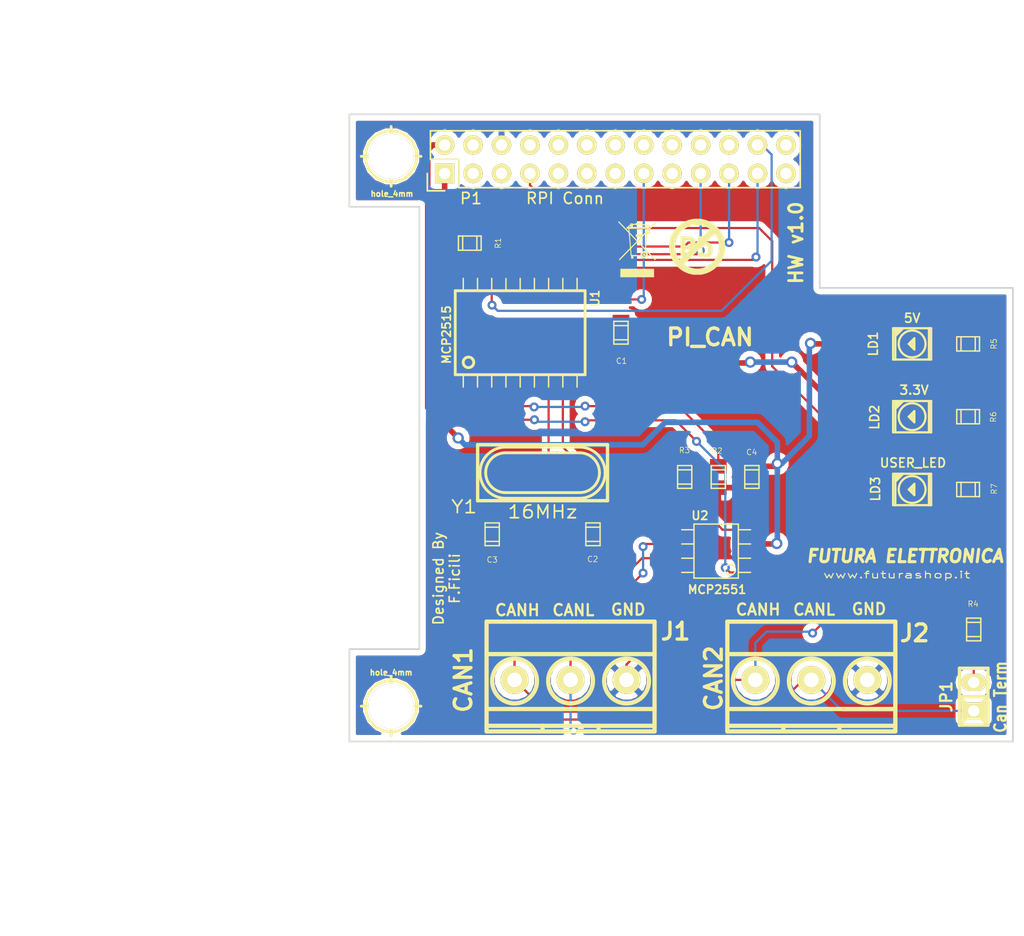
<source format=kicad_pcb>
(kicad_pcb (version 4) (host pcbnew 4.0.7)
  (title_block (date "15 nov 2012"))
  (layers (0 F.Cu signal) (31 B.Cu signal) (34 B.Paste user) (35 F.Paste user) (36 B.SilkS user) (37 F.SilkS user) (38 B.Mask user) (39 F.Mask user) (44 Edge.Cuts user))
  (net 0 "")
  (net 1 +5V)
  (net 2 GND)
  (net 3 +3V3)
  (net 4 "/GPIO0(SDA)")
  (net 5 "Net-(P1-Pad4)")
  (net 6 "/GPIO1(SCL)")
  (net 7 /GPIO4)
  (net 8 "Net-(P1-Pad9)")
  (net 9 /RXD)
  (net 10 /GPIO17)
  (net 11 /GPIO18)
  (net 12 /GPIO21)
  (net 13 "Net-(P1-Pad14)")
  (net 14 /GPIO22)
  (net 15 /GPIO23)
  (net 16 "Net-(P1-Pad17)")
  (net 17 /GPIO24)
  (net 18 "Net-(P1-Pad20)")
  (net 19 /GPIO25)
  (net 20 "Net-(P1-Pad25)")
  (net 21 "/GPIO7(CE1)")
  (net 22 /TXCAN)
  (net 23 /MOSI)
  (net 24 /MISO)
  (net 25 /SCLK)
  (net 26 /CE0)
  (net 27 /OSC1)
  (net 28 /OSC2)
  (net 29 /CANH)
  (net 30 /CANL)
  (net 31 "Net-(JP1-Pad2)")
  (net 32 "Net-(LD1-Pad1)")
  (net 33 "Net-(LD2-Pad1)")
  (net 34 "Net-(LD3-Pad1)")
  (net 35 "Net-(R1-Pad2)")
  (net 36 /RXCAN)
  (net 37 "Net-(U1-Pad3)")
  (net 38 "Net-(U1-Pad4)")
  (net 39 "Net-(U1-Pad5)")
  (net 40 "Net-(U1-Pad6)")
  (net 41 "Net-(U1-Pad10)")
  (net 42 "Net-(U1-Pad11)")
  (net 43 "Net-(U2-Pad5)")
  (net 44 /TXD)
  (net 45 /RXD_CT)
  (module Pin_Headers:Pin_Header_Straight_2x13 (layer F.Cu) (at 145.75536 130.27914 90)
    (fp_text reference P1 (at -2.23266 2.35204 180) (layer F.SilkS))
    (fp_text value "RPI Conn" (at -2.22086 10.74464 180) (layer F.SilkS))
    (pad 1 thru_hole rect (at 0 0 90) (size 1.7272 1.7272) (drill 1.016) (layers *.Cu *.Mask F.SilkS) (net 3 +3V3))
    (pad 2 thru_hole oval (at 2.54 0 90) (size 1.7272 1.7272) (drill 1.016) (layers *.Cu *.Mask F.SilkS) (net 1 +5V))
    (pad 3 thru_hole oval (at 0 2.54 90) (size 1.7272 1.7272) (drill 1.016) (layers *.Cu *.Mask F.SilkS) (net 4 "/GPIO0(SDA)"))
    (pad 4 thru_hole oval (at 2.54 2.54 90) (size 1.7272 1.7272) (drill 1.016) (layers *.Cu *.Mask F.SilkS) (net 5 "Net-(P1-Pad4)"))
    (pad 5 thru_hole oval (at 0 5.08 90) (size 1.7272 1.7272) (drill 1.016) (layers *.Cu *.Mask F.SilkS) (net 6 "/GPIO1(SCL)"))
    (pad 6 thru_hole oval (at 2.54 5.08 90) (size 1.7272 1.7272) (drill 1.016) (layers *.Cu *.Mask F.SilkS) (net 2 GND))
    (pad 7 thru_hole oval (at 0 7.62 90) (size 1.7272 1.7272) (drill 1.016) (layers *.Cu *.Mask F.SilkS) (net 7 /GPIO4))
    (pad 8 thru_hole oval (at 2.54 7.62 90) (size 1.7272 1.7272) (drill 1.016) (layers *.Cu *.Mask F.SilkS) (net 44 /TXD))
    (pad 9 thru_hole oval (at 0 10.16 90) (size 1.7272 1.7272) (drill 1.016) (layers *.Cu *.Mask F.SilkS) (net 8 "Net-(P1-Pad9)"))
    (pad 10 thru_hole oval (at 2.54 10.16 90) (size 1.7272 1.7272) (drill 1.016) (layers *.Cu *.Mask F.SilkS) (net 9 /RXD))
    (pad 11 thru_hole oval (at 0 12.7 90) (size 1.7272 1.7272) (drill 1.016) (layers *.Cu *.Mask F.SilkS) (net 10 /GPIO17))
    (pad 12 thru_hole oval (at 2.54 12.7 90) (size 1.7272 1.7272) (drill 1.016) (layers *.Cu *.Mask F.SilkS) (net 11 /GPIO18))
    (pad 13 thru_hole oval (at 0 15.24 90) (size 1.7272 1.7272) (drill 1.016) (layers *.Cu *.Mask F.SilkS) (net 12 /GPIO21))
    (pad 14 thru_hole oval (at 2.54 15.24 90) (size 1.7272 1.7272) (drill 1.016) (layers *.Cu *.Mask F.SilkS) (net 13 "Net-(P1-Pad14)"))
    (pad 15 thru_hole oval (at 0 17.78 90) (size 1.7272 1.7272) (drill 1.016) (layers *.Cu *.Mask F.SilkS) (net 14 /GPIO22))
    (pad 16 thru_hole oval (at 2.54 17.78 90) (size 1.7272 1.7272) (drill 1.016) (layers *.Cu *.Mask F.SilkS) (net 15 /GPIO23))
    (pad 17 thru_hole oval (at 0 20.32 90) (size 1.7272 1.7272) (drill 1.016) (layers *.Cu *.Mask F.SilkS) (net 16 "Net-(P1-Pad17)"))
    (pad 18 thru_hole oval (at 2.54 20.32 90) (size 1.7272 1.7272) (drill 1.016) (layers *.Cu *.Mask F.SilkS) (net 17 /GPIO24))
    (pad 19 thru_hole oval (at 0 22.86 90) (size 1.7272 1.7272) (drill 1.016) (layers *.Cu *.Mask F.SilkS) (net 23 /MOSI))
    (pad 20 thru_hole oval (at 2.54 22.86 90) (size 1.7272 1.7272) (drill 1.016) (layers *.Cu *.Mask F.SilkS) (net 18 "Net-(P1-Pad20)"))
    (pad 21 thru_hole oval (at 0 25.4 90) (size 1.7272 1.7272) (drill 1.016) (layers *.Cu *.Mask F.SilkS) (net 24 /MISO))
    (pad 22 thru_hole oval (at 2.54 25.4 90) (size 1.7272 1.7272) (drill 1.016) (layers *.Cu *.Mask F.SilkS) (net 19 /GPIO25))
    (pad 23 thru_hole oval (at 0 27.94 90) (size 1.7272 1.7272) (drill 1.016) (layers *.Cu *.Mask F.SilkS) (net 25 /SCLK))
    (pad 24 thru_hole oval (at 2.54 27.94 90) (size 1.7272 1.7272) (drill 1.016) (layers *.Cu *.Mask F.SilkS) (net 26 /CE0))
    (pad 25 thru_hole oval (at 0 30.48 90) (size 1.7272 1.7272) (drill 1.016) (layers *.Cu *.Mask F.SilkS) (net 20 "Net-(P1-Pad25)"))
    (pad 26 thru_hole oval (at 2.54 30.48 90) (size 1.7272 1.7272) (drill 1.016) (layers *.Cu *.Mask F.SilkS) (net 21 "/GPIO7(CE1)"))
  )
  (module w_smd_cap:c_0805 (layer F.Cu) (at 161.5 144.5 270)
    (fp_text reference C1 (at 2.525 -0.05 360) (layer F.SilkS) (effects (font (size 0.5 0.5) (thickness 0.06096))))
    (fp_text value 100n hide)
    (pad 1 smd rect (at 0.9525 0 270) (size 1.30048 1.4986) (layers F.Cu F.Paste F.Mask) (net 2 GND))
    (pad 2 smd rect (at -0.9525 0 270) (size 1.30048 1.4986) (layers F.Cu F.Paste F.Mask) (net 3 +3V3))
  )
  (module w_smd_cap:c_0805 (layer F.Cu) (at 159 162.5 90)
    (fp_text reference C2 (at -2.225 -0.025 180) (layer F.SilkS) (effects (font (size 0.5 0.5) (thickness 0.06096))))
    (fp_text value 22pF hide)
    (pad 1 smd rect (at 0.9525 0 90) (size 1.30048 1.4986) (layers F.Cu F.Paste F.Mask) (net 27 /OSC1))
    (pad 2 smd rect (at -0.9525 0 90) (size 1.30048 1.4986) (layers F.Cu F.Paste F.Mask) (net 2 GND))
  )
  (module w_smd_cap:c_0805 (layer F.Cu) (at 150 162.5 90)
    (fp_text reference C3 (at -2.275 0 180) (layer F.SilkS) (effects (font (size 0.5 0.5) (thickness 0.06096))))
    (fp_text value 22pF hide)
    (pad 1 smd rect (at 0.9525 0 90) (size 1.30048 1.4986) (layers F.Cu F.Paste F.Mask) (net 28 /OSC2))
    (pad 2 smd rect (at -0.9525 0 90) (size 1.30048 1.4986) (layers F.Cu F.Paste F.Mask) (net 2 GND))
  )
  (module w_smd_cap:c_0805 (layer F.Cu) (at 173.1914 157.381 270)
    (fp_text reference C4 (at -2.206 0.0164 360) (layer F.SilkS) (effects (font (size 0.5 0.5) (thickness 0.06096))))
    (fp_text value 100n hide)
    (pad 1 smd rect (at 0.9525 0 270) (size 1.30048 1.4986) (layers F.Cu F.Paste F.Mask) (net 2 GND))
    (pad 2 smd rect (at -0.9525 0 270) (size 1.30048 1.4986) (layers F.Cu F.Paste F.Mask) (net 1 +5V))
  )
  (module w_conn_mkds:mkds_1,5-3 (layer F.Cu) (at 157 175.5)
    (fp_text reference J1 (at 9.375 -4.325) (layer F.SilkS) (effects (font (size 1.5 1.5) (thickness 0.3))))
    (fp_text value CAN1 (at -9.5784 0.014 90) (layer F.SilkS) (effects (font (size 1.5 1.5) (thickness 0.3))))
    (pad 3 thru_hole circle (at 5 0) (size 2.5 2.5) (drill 1.3) (layers *.Cu *.Mask F.SilkS) (net 2 GND))
    (pad 1 thru_hole circle (at -5 0) (size 2.5 2.5) (drill 1.3) (layers *.Cu *.Mask F.SilkS) (net 29 /CANH))
    (pad 2 thru_hole circle (at 0 0) (size 2.5 2.5) (drill 1.3) (layers *.Cu *.Mask F.SilkS) (net 30 /CANL))
  )
  (module w_conn_mkds:mkds_1,5-3 (layer F.Cu) (at 178.5 175.5)
    (fp_text reference J2 (at 9.225 -4.175) (layer F.SilkS) (effects (font (size 1.5 1.5) (thickness 0.3))))
    (fp_text value CAN2 (at -8.7264 -0.1384 90) (layer F.SilkS) (effects (font (size 1.5 1.5) (thickness 0.3))))
    (pad 3 thru_hole circle (at 5 0) (size 2.5 2.5) (drill 1.3) (layers *.Cu *.Mask F.SilkS) (net 2 GND))
    (pad 1 thru_hole circle (at -5 0) (size 2.5 2.5) (drill 1.3) (layers *.Cu *.Mask F.SilkS) (net 29 /CANH))
    (pad 2 thru_hole circle (at 0 0) (size 2.5 2.5) (drill 1.3) (layers *.Cu *.Mask F.SilkS) (net 30 /CANL))
  )
  (module w_pin_strip:pin_strip_2 (layer F.Cu) (at 193 177 90)
    (fp_text reference JP1 (at 0 -2.45 90) (layer F.SilkS) (effects (font (size 1.016 1.016) (thickness 0.2032))))
    (fp_text value "Can Term" (at -0.025 2.375 90) (layer F.SilkS) (effects (font (size 1.016 0.889) (thickness 0.2032))))
    (pad 1 thru_hole rect (at -1.27 0 90) (size 1.524 2.19964) (drill 1.00076) (layers *.Cu *.Mask F.SilkS) (net 30 /CANL))
    (pad 2 thru_hole oval (at 1.27 0 90) (size 1.524 2.19964) (drill 1.00076) (layers *.Cu *.Mask F.SilkS) (net 31 "Net-(JP1-Pad2)"))
  )
  (module w_smd_leds:Led_PLCC2_3528 (layer F.Cu) (at 187.5 145.5 180)
    (fp_text reference LD1 (at 3.475 0 270) (layer F.SilkS) (effects (font (size 0.8001 0.8001) (thickness 0.14986))))
    (fp_text value 5V (at 0 2.3 180) (layer F.SilkS) (effects (font (size 0.8001 0.8001) (thickness 0.14986))))
    (pad 1 smd rect (at -1.4986 0 180) (size 1.79578 2.69748) (layers F.Cu F.Paste F.Mask) (net 32 "Net-(LD1-Pad1)"))
    (pad 2 smd rect (at 1.4986 0 180) (size 1.79578 2.69748) (layers F.Cu F.Paste F.Mask) (net 1 +5V))
  )
  (module w_smd_leds:Led_PLCC2_3528 (layer F.Cu) (at 187.5 152 180)
    (fp_text reference LD2 (at 3.35 -0.05 270) (layer F.SilkS) (effects (font (size 0.8001 0.8001) (thickness 0.14986))))
    (fp_text value 3.3V (at -0.175 2.375 180) (layer F.SilkS) (effects (font (size 0.8001 0.8001) (thickness 0.14986))))
    (pad 1 smd rect (at -1.4986 0 180) (size 1.79578 2.69748) (layers F.Cu F.Paste F.Mask) (net 33 "Net-(LD2-Pad1)"))
    (pad 2 smd rect (at 1.4986 0 180) (size 1.79578 2.69748) (layers F.Cu F.Paste F.Mask) (net 3 +3V3))
  )
  (module w_smd_leds:Led_PLCC2_3528 (layer F.Cu) (at 187.5 158.5 180)
    (fp_text reference LD3 (at 3.275 0.05 270) (layer F.SilkS) (effects (font (size 0.8001 0.8001) (thickness 0.14986))))
    (fp_text value USER_LED (at -0.075 2.375 180) (layer F.SilkS) (effects (font (size 0.8001 0.8001) (thickness 0.14986))))
    (pad 1 smd rect (at -1.4986 0 180) (size 1.79578 2.69748) (layers F.Cu F.Paste F.Mask) (net 34 "Net-(LD3-Pad1)"))
    (pad 2 smd rect (at 1.4986 0 180) (size 1.79578 2.69748) (layers F.Cu F.Paste F.Mask) (net 7 /GPIO4))
  )
  (module w_smd_resistors:r_0805 (layer F.Cu) (at 148 136.5 180)
    (fp_text reference R1 (at -2.525 0 270) (layer F.SilkS) (effects (font (size 0.5 0.5) (thickness 0.06096))))
    (fp_text value 4,7k hide)
    (pad 1 smd rect (at 0.9525 0 180) (size 1.30048 1.4986) (layers F.Cu F.Paste F.Mask) (net 3 +3V3))
    (pad 2 smd rect (at -0.9525 0 180) (size 1.30048 1.4986) (layers F.Cu F.Paste F.Mask) (net 35 "Net-(R1-Pad2)"))
  )
  (module w_smd_resistors:r_0805 (layer F.Cu) (at 170.1914 157.381 90)
    (fp_text reference R2 (at 2.331 -0.1164 180) (layer F.SilkS) (effects (font (size 0.5 0.5) (thickness 0.06096))))
    (fp_text value 10k hide)
    (pad 1 smd rect (at 0.9525 0 90) (size 1.30048 1.4986) (layers F.Cu F.Paste F.Mask) (net 36 /RXCAN))
    (pad 2 smd rect (at -0.9525 0 90) (size 1.30048 1.4986) (layers F.Cu F.Paste F.Mask) (net 2 GND))
  )
  (module w_smd_resistors:r_0805 (layer F.Cu) (at 167.1914 157.381 270)
    (fp_text reference R3 (at -2.381 0.0164 360) (layer F.SilkS) (effects (font (size 0.5 0.5) (thickness 0.06096))))
    (fp_text value 15k hide)
    (pad 1 smd rect (at 0.9525 0 270) (size 1.30048 1.4986) (layers F.Cu F.Paste F.Mask) (net 45 /RXD_CT))
    (pad 2 smd rect (at -0.9525 0 270) (size 1.30048 1.4986) (layers F.Cu F.Paste F.Mask) (net 36 /RXCAN))
  )
  (module w_smd_resistors:r_0805 (layer F.Cu) (at 193 171 90)
    (fp_text reference R4 (at 2.275 -0.05 180) (layer F.SilkS) (effects (font (size 0.5 0.5) (thickness 0.06096))))
    (fp_text value 120 hide)
    (pad 1 smd rect (at 0.9525 0 90) (size 1.30048 1.4986) (layers F.Cu F.Paste F.Mask) (net 29 /CANH))
    (pad 2 smd rect (at -0.9525 0 90) (size 1.30048 1.4986) (layers F.Cu F.Paste F.Mask) (net 31 "Net-(JP1-Pad2)"))
  )
  (module w_smd_resistors:r_0805 (layer F.Cu) (at 192.5 145.5 180)
    (fp_text reference R5 (at -2.3 0 270) (layer F.SilkS) (effects (font (size 0.5 0.5) (thickness 0.06096))))
    (fp_text value 330 hide)
    (pad 1 smd rect (at 0.9525 0 180) (size 1.30048 1.4986) (layers F.Cu F.Paste F.Mask) (net 32 "Net-(LD1-Pad1)"))
    (pad 2 smd rect (at -0.9525 0 180) (size 1.30048 1.4986) (layers F.Cu F.Paste F.Mask) (net 2 GND))
  )
  (module w_smd_resistors:r_0805 (layer F.Cu) (at 192.5 152 180)
    (fp_text reference R6 (at -2.25 -0.025 270) (layer F.SilkS) (effects (font (size 0.5 0.5) (thickness 0.06096))))
    (fp_text value 330 hide)
    (pad 1 smd rect (at 0.9525 0 180) (size 1.30048 1.4986) (layers F.Cu F.Paste F.Mask) (net 33 "Net-(LD2-Pad1)"))
    (pad 2 smd rect (at -0.9525 0 180) (size 1.30048 1.4986) (layers F.Cu F.Paste F.Mask) (net 2 GND))
  )
  (module w_smd_resistors:r_0805 (layer F.Cu) (at 192.5 158.5 180)
    (fp_text reference R7 (at -2.325 0.05 270) (layer F.SilkS) (effects (font (size 0.5 0.5) (thickness 0.06096))))
    (fp_text value 330 hide)
    (pad 1 smd rect (at 0.9525 0 180) (size 1.30048 1.4986) (layers F.Cu F.Paste F.Mask) (net 34 "Net-(LD3-Pad1)"))
    (pad 2 smd rect (at -0.9525 0 180) (size 1.30048 1.4986) (layers F.Cu F.Paste F.Mask) (net 2 GND))
  )
  (module w_smd_dil:soic-18 (layer F.Cu) (at 152.5 144.5)
    (fp_text reference U1 (at 6.6818 -3.0728 90) (layer F.SilkS) (effects (font (size 0.7493 0.7493) (thickness 0.14986))))
    (fp_text value MCP2515 (at -6.577 0.1784 90) (layer F.SilkS) (effects (font (size 0.7493 0.7493) (thickness 0.14986))))
    (pad 1 smd rect (at -5.08 4.81076) (size 0.55118 1.43002) (layers F.Cu F.Paste F.Mask) (net 22 /TXCAN))
    (pad 2 smd rect (at -3.81 4.81076) (size 0.55118 1.43002) (layers F.Cu F.Paste F.Mask) (net 36 /RXCAN))
    (pad 3 smd rect (at -2.54 4.81076) (size 0.55118 1.43002) (layers F.Cu F.Paste F.Mask) (net 37 "Net-(U1-Pad3)"))
    (pad 4 smd rect (at -1.27 4.81076) (size 0.55118 1.43002) (layers F.Cu F.Paste F.Mask) (net 38 "Net-(U1-Pad4)"))
    (pad 5 smd rect (at 0 4.81076) (size 0.55118 1.43002) (layers F.Cu F.Paste F.Mask) (net 39 "Net-(U1-Pad5)"))
    (pad 6 smd rect (at 1.27 4.81076) (size 0.55118 1.43002) (layers F.Cu F.Paste F.Mask) (net 40 "Net-(U1-Pad6)"))
    (pad 7 smd rect (at 2.54 4.81076) (size 0.55118 1.43002) (layers F.Cu F.Paste F.Mask) (net 28 /OSC2))
    (pad 8 smd rect (at 3.81 4.81076) (size 0.55118 1.43002) (layers F.Cu F.Paste F.Mask) (net 27 /OSC1))
    (pad 9 smd rect (at 5.08 4.81076) (size 0.55118 1.43002) (layers F.Cu F.Paste F.Mask) (net 2 GND))
    (pad 10 smd rect (at 5.08 -4.81076) (size 0.55118 1.43002) (layers F.Cu F.Paste F.Mask) (net 41 "Net-(U1-Pad10)"))
    (pad 11 smd rect (at 3.81 -4.81076) (size 0.55118 1.43002) (layers F.Cu F.Paste F.Mask) (net 42 "Net-(U1-Pad11)"))
    (pad 12 smd rect (at 2.54 -4.81076) (size 0.55118 1.43002) (layers F.Cu F.Paste F.Mask) (net 14 /GPIO22))
    (pad 13 smd rect (at 1.27 -4.81076) (size 0.55118 1.43002) (layers F.Cu F.Paste F.Mask) (net 25 /SCLK))
    (pad 14 smd rect (at 0 -4.81076) (size 0.55118 1.43002) (layers F.Cu F.Paste F.Mask) (net 23 /MOSI))
    (pad 15 smd rect (at -1.27 -4.81076) (size 0.55118 1.43002) (layers F.Cu F.Paste F.Mask) (net 24 /MISO))
    (pad 16 smd rect (at -2.54 -4.81076) (size 0.55118 1.43002) (layers F.Cu F.Paste F.Mask) (net 26 /CE0))
    (pad 17 smd rect (at -3.81 -4.81076) (size 0.55118 1.43002) (layers F.Cu F.Paste F.Mask) (net 35 "Net-(R1-Pad2)"))
    (pad 18 smd rect (at -5.08 -4.81076) (size 0.55118 1.43002) (layers F.Cu F.Paste F.Mask) (net 3 +3V3))
  )
  (module w_smd_dil:so-8 (layer F.Cu) (at 170 164 90)
    (fp_text reference U2 (at 3.1672 -1.4456 180) (layer F.SilkS) (effects (font (size 0.7493 0.7493) (thickness 0.14986))))
    (fp_text value MCP2551 (at -3.4368 0.0784 180) (layer F.SilkS) (effects (font (size 0.7493 0.7493) (thickness 0.14986))))
    (pad 1 smd rect (at -1.905 2.794 90) (size 0.59944 1.99898) (layers F.Cu F.Paste F.Mask) (net 22 /TXCAN))
    (pad 2 smd rect (at -0.635 2.794 90) (size 0.59944 1.99898) (layers F.Cu F.Paste F.Mask) (net 2 GND))
    (pad 3 smd rect (at 0.635 2.794 90) (size 0.59944 1.99898) (layers F.Cu F.Paste F.Mask) (net 1 +5V))
    (pad 4 smd rect (at 1.905 2.794 90) (size 0.59944 1.99898) (layers F.Cu F.Paste F.Mask) (net 45 /RXD_CT))
    (pad 5 smd rect (at 1.905 -2.794 90) (size 0.59944 1.99898) (layers F.Cu F.Paste F.Mask) (net 43 "Net-(U2-Pad5)"))
    (pad 6 smd rect (at 0.635 -2.794 90) (size 0.59944 1.99898) (layers F.Cu F.Paste F.Mask) (net 30 /CANL))
    (pad 7 smd rect (at -0.635 -2.794 90) (size 0.59944 1.99898) (layers F.Cu F.Paste F.Mask) (net 29 /CANH))
    (pad 8 smd rect (at -1.905 -2.794 90) (size 0.59944 1.99898) (layers F.Cu F.Paste F.Mask) (net 2 GND))
  )
  (module w_crystal:crystal_hc-49%2fsmd (layer F.Cu) (at 154.5 157)
    (fp_text reference Y1 (at -7.0022 3.0454) (layer F.SilkS) (effects (font (size 1.143 1.27) (thickness 0.1524))))
    (fp_text value 16MHz (at 0 3.5) (layer F.SilkS) (effects (font (size 1.143 1.27) (thickness 0.1524))))
    (pad 1 smd rect (at -4.7498 0) (size 5.4991 1.99898) (layers F.Cu F.Paste F.Mask) (net 28 /OSC2))
    (pad 2 smd rect (at 4.7498 0) (size 5.4991 1.99898) (layers F.Cu F.Paste F.Mask) (net 27 /OSC1))
  )
  (module w_logo:Logo_silk_WEEE_3.4x5mm (layer F.Cu) (at 162.95 137.075)
    (fp_text reference G*** hide)
    (fp_text value LOGO hide)
  )
  (module w_logo:Logo_silk_Lead-Free_5x5mm (layer F.Cu) (at 168.3 136.825)
    (fp_text reference G*** hide)
    (fp_text value LOGO hide)
  )
  (module w_details:hole_4mm (layer F.Cu) (at 140.975 128.75)
    (fp_text reference hole_4mm (at 0.075 3.35) (layer F.SilkS) (effects (font (size 0.5 0.5) (thickness 0.125))))
    (fp_text value "" (at 0 3.556) (layer F.SilkS) (effects (font (thickness 0.3048))))
    (pad 1 thru_hole circle (at 0 0) (size 4 4) (drill 4) (layers *.Cu F.SilkS))
  )
  (module w_details:hole_4mm (layer F.Cu) (at 140.975 177.85)
    (fp_text reference hole_4mm (at 0 -3) (layer F.SilkS) (effects (font (size 0.5 0.5) (thickness 0.125))))
    (fp_text value "" (at 0 3.556) (layer F.SilkS) (effects (font (thickness 0.3048))))
    (pad 1 thru_hole circle (at 0 0) (size 4.0005 4.0005) (drill 4.0005) (layers *.Cu F.SilkS))
  )
  (gr_text "HW v1.0" (at 177.125 136.475 90) (layer F.SilkS) (effects (font (size 1.2 1.2) (thickness 0.25))))
  (gr_line (start 143.5 181) (end 196 181) (angle 90) (layer Edge.Cuts) (width 0.15))
  (gr_text PI_CAN (at 169.45 144.9) (layer F.SilkS) (effects (font (size 1.5 1.5) (thickness 0.3))))
  (gr_text www.futurashop.it (at 186.125 166.125) (layer F.SilkS) (effects (font (size 0.6 1) (thickness 0.1))))
  (gr_text CANH (at 173.75 169.225) (layer F.SilkS) (effects (font (size 1 1) (thickness 0.2))))
  (gr_text CANL (at 178.75 169.225) (layer F.SilkS) (effects (font (size 1 1) (thickness 0.2))))
  (gr_text GND (at 183.65 169.175) (layer F.SilkS) (effects (font (size 1 1) (thickness 0.2))))
  (gr_text GND (at 162.15 169.225) (layer F.SilkS) (effects (font (size 1 1) (thickness 0.2))))
  (gr_text CANL (at 157.25 169.275) (layer F.SilkS) (effects (font (size 1 1) (thickness 0.2))))
  (gr_text CANH (at 152.25 169.275) (layer F.SilkS) (effects (font (size 1 1) (thickness 0.2))))
  (gr_line (start 143.5 172.75) (end 137.25 172.75) (angle 90) (layer Edge.Cuts) (width 0.15))
  (gr_line (start 143.5 133.25) (end 143.5 172.75) (angle 90) (layer Edge.Cuts) (width 0.15))
  (gr_line (start 137.25 181) (end 137.25 172.75) (angle 90) (layer Edge.Cuts) (width 0.15))
  (gr_line (start 143.5 181) (end 137.25 181) (angle 90) (layer Edge.Cuts) (width 0.15))
  (gr_line (start 137.25 133.25) (end 143.5 133.25) (angle 90) (layer Edge.Cuts) (width 0.15))
  (gr_line (start 137.25 125) (end 137.25 133.25) (angle 90) (layer Edge.Cuts) (width 0.15))
  (gr_line (start 143.5 125) (end 137.25 125) (angle 90) (layer Edge.Cuts) (width 0.15))
  (gr_text "Designed By\nF.Ficili" (at 145.925 166.45 90) (layer F.SilkS) (effects (font (size 0.9 0.9))))
  (gr_text "FUTURA ELETTRONICA" (at 186.875 164.45) (layer F.SilkS) (effects (font (size 1.1 1.1) (thickness 0.275) italic)))
  (gr_line (start 179.25 140.5) (end 196.5 140.5) (angle 90) (layer Edge.Cuts) (width 0.15))
  (gr_line (start 179.25 125) (end 179.25 140.5) (angle 90) (layer Edge.Cuts) (width 0.15))
  (gr_line (start 143.5 125) (end 179.25 125) (angle 90) (layer Edge.Cuts) (width 0.15))
  (gr_line (start 196.5 181) (end 196 181) (angle 90) (layer Edge.Cuts) (width 0.15))
  (gr_line (start 196.5 140.5) (end 196.5 181) (angle 90) (layer Edge.Cuts) (width 0.15))
  (segment (start 175.4632 156.1846) (end 175.8654 156.1846) (width 0.5) (layer B.Cu) (net 1))
  (segment (start 178.475 145.5) (end 186.0014 145.5) (width 0.5) (layer F.Cu) (net 1))
  (segment (start 178.425 145.45) (end 178.475 145.5) (width 0.5) (layer F.Cu) (net 1))
  (via (at 178.425 145.45) (size 1) (drill 0.6) (layers F.Cu B.Cu) (net 1))
  (segment (start 178.325 145.55) (end 178.425 145.45) (width 0.5) (layer B.Cu) (net 1))
  (segment (start 178.325 153.725) (end 178.325 145.55) (width 0.5) (layer B.Cu) (net 1))
  (segment (start 175.8654 156.1846) (end 178.325 153.725) (width 0.5) (layer B.Cu) (net 1))
  (segment (start 145.75536 127.73914) (end 144.70126 127.73914) (width 0.5) (layer F.Cu) (net 1))
  (segment (start 175.4632 154.2796) (end 175.4632 156.1846) (width 0.5) (layer B.Cu) (net 1))
  (segment (start 173.6852 152.5016) (end 175.4632 154.2796) (width 0.5) (layer B.Cu) (net 1))
  (segment (start 165.4556 152.5016) (end 173.6852 152.5016) (width 0.5) (layer B.Cu) (net 1))
  (segment (start 163.449 154.5082) (end 165.4556 152.5016) (width 0.5) (layer B.Cu) (net 1))
  (segment (start 147.574 154.5082) (end 163.449 154.5082) (width 0.5) (layer B.Cu) (net 1))
  (segment (start 146.9644 153.8986) (end 147.574 154.5082) (width 0.5) (layer B.Cu) (net 1))
  (via (at 146.9644 153.8986) (size 1) (drill 0.6) (layers F.Cu B.Cu) (net 1))
  (segment (start 144.2466 151.1808) (end 146.9644 153.8986) (width 0.5) (layer F.Cu) (net 1))
  (segment (start 144.2466 128.1938) (end 144.2466 151.1808) (width 0.5) (layer F.Cu) (net 1))
  (segment (start 144.70126 127.73914) (end 144.2466 128.1938) (width 0.5) (layer F.Cu) (net 1))
  (segment (start 172.794 163.365) (end 175.3694 163.365) (width 0.5) (layer F.Cu) (net 1))
  (segment (start 175.2193 156.4285) (end 173.1914 156.4285) (width 0.5) (layer F.Cu) (net 1))
  (segment (start 175.4632 156.1846) (end 175.2193 156.4285) (width 0.5) (layer F.Cu) (net 1))
  (via (at 175.4632 156.1846) (size 1) (drill 0.6) (layers F.Cu B.Cu) (net 1))
  (segment (start 175.4632 163.2712) (end 175.4632 156.1846) (width 0.5) (layer B.Cu) (net 1))
  (segment (start 175.4124 163.322) (end 175.4632 163.2712) (width 0.5) (layer B.Cu) (net 1))
  (via (at 175.4124 163.322) (size 1) (drill 0.6) (layers F.Cu B.Cu) (net 1))
  (segment (start 175.3694 163.365) (end 175.4124 163.322) (width 0.5) (layer F.Cu) (net 1))
  (segment (start 167.206 165.905) (end 168.395 165.905) (width 0.2) (layer F.Cu) (net 2))
  (segment (start 169.665 164.635) (end 172.794 164.635) (width 0.2) (layer F.Cu) (net 2))
  (segment (start 168.395 165.905) (end 169.665 164.635) (width 0.2) (layer F.Cu) (net 2))
  (segment (start 173.1914 158.3335) (end 176.2659 158.3335) (width 0.2) (layer F.Cu) (net 2))
  (segment (start 176.6062 158.6738) (end 176.6062 166.37) (width 0.2) (layer F.Cu) (net 2))
  (segment (start 176.2659 158.3335) (end 176.6062 158.6738) (width 0.2) (layer F.Cu) (net 2))
  (segment (start 173.1914 158.3335) (end 170.1914 158.3335) (width 0.2) (layer F.Cu) (net 2))
  (segment (start 193.4525 145.5) (end 193.4525 152) (width 0.2) (layer F.Cu) (net 2))
  (segment (start 193.4525 158.5) (end 193.4525 152) (width 0.2) (layer F.Cu) (net 2))
  (segment (start 172.794 164.635) (end 174.8712 164.635) (width 0.2) (layer F.Cu) (net 2))
  (segment (start 174.8712 164.635) (end 176.6062 166.37) (width 0.2) (layer F.Cu) (net 2))
  (segment (start 176.6062 166.37) (end 176.6062 172.1866) (width 0.2) (layer F.Cu) (net 2))
  (segment (start 162 175.5) (end 162 174.1182) (width 0.2) (layer F.Cu) (net 2))
  (segment (start 180.339 172.339) (end 183.5 175.5) (width 0.2) (layer F.Cu) (net 2))
  (segment (start 163.7792 172.339) (end 180.339 172.339) (width 0.2) (layer F.Cu) (net 2))
  (segment (start 162 174.1182) (end 163.7792 172.339) (width 0.2) (layer F.Cu) (net 2))
  (segment (start 150 163.4525) (end 159 163.4525) (width 0.2) (layer F.Cu) (net 2))
  (segment (start 161.5 145.4525) (end 161.5 147.4656) (width 0.2) (layer F.Cu) (net 2))
  (segment (start 159.65484 149.31076) (end 157.58 149.31076) (width 0.2) (layer F.Cu) (net 2))
  (segment (start 161.5 147.4656) (end 159.65484 149.31076) (width 0.2) (layer F.Cu) (net 2))
  (segment (start 186.0014 152) (end 181.625 152) (width 0.5) (layer F.Cu) (net 3))
  (segment (start 162.3225 143.5475) (end 161.5 143.5475) (width 0.5) (layer F.Cu) (net 3))
  (segment (start 165.975 147.2) (end 162.3225 143.5475) (width 0.5) (layer F.Cu) (net 3))
  (segment (start 172.975 147.2) (end 165.975 147.2) (width 0.5) (layer F.Cu) (net 3))
  (segment (start 173.05 147.125) (end 172.975 147.2) (width 0.5) (layer F.Cu) (net 3))
  (via (at 173.05 147.125) (size 1) (drill 0.6) (layers F.Cu B.Cu) (net 3))
  (segment (start 176.75 147.125) (end 173.05 147.125) (width 0.5) (layer B.Cu) (net 3))
  (via (at 176.75 147.125) (size 1) (drill 0.6) (layers F.Cu B.Cu) (net 3))
  (segment (start 181.625 152) (end 176.75 147.125) (width 0.5) (layer F.Cu) (net 3))
  (segment (start 161.5 143.5475) (end 148.8815 143.5475) (width 0.5) (layer F.Cu) (net 3))
  (segment (start 147.42 142.086) (end 147.42 139.68924) (width 0.5) (layer F.Cu) (net 3))
  (segment (start 148.8815 143.5475) (end 147.42 142.086) (width 0.5) (layer F.Cu) (net 3))
  (segment (start 147.0475 136.5) (end 147.0475 136.4557) (width 0.5) (layer F.Cu) (net 3))
  (segment (start 147.0475 136.4557) (end 145.75536 135.16356) (width 0.5) (layer F.Cu) (net 3))
  (segment (start 145.75536 135.16356) (end 145.75536 130.27914) (width 0.5) (layer F.Cu) (net 3))
  (segment (start 147.0475 136.5) (end 147.0475 138.3353) (width 0.5) (layer F.Cu) (net 3))
  (segment (start 147.42 138.7078) (end 147.42 139.68924) (width 0.5) (layer F.Cu) (net 3))
  (segment (start 147.0475 138.3353) (end 147.42 138.7078) (width 0.5) (layer F.Cu) (net 3))
  (segment (start 153.37536 130.27914) (end 153.37536 131.32816) (width 0.2) (layer F.Cu) (net 7))
  (segment (start 175.006 147.5046) (end 186.0014 158.5) (width 0.2) (layer F.Cu) (net 7))
  (segment (start 175.006 136.3218) (end 175.006 147.5046) (width 0.2) (layer F.Cu) (net 7))
  (segment (start 173.8376 135.1534) (end 175.006 136.3218) (width 0.2) (layer F.Cu) (net 7))
  (segment (start 157.2006 135.1534) (end 173.8376 135.1534) (width 0.2) (layer F.Cu) (net 7))
  (segment (start 153.37536 131.32816) (end 157.2006 135.1534) (width 0.2) (layer F.Cu) (net 7))
  (segment (start 186.0014 158.5) (end 185.3478 158.5) (width 0.2) (layer F.Cu) (net 7))
  (segment (start 153.37536 130.27914) (end 153.37536 130.89636) (width 0.2) (layer F.Cu) (net 7))
  (segment (start 155.04 139.68924) (end 155.04 140.9684) (width 0.2) (layer F.Cu) (net 14))
  (segment (start 163.53536 141.34084) (end 163.53536 130.27914) (width 0.2) (layer B.Cu) (net 14))
  (segment (start 163.3474 141.5288) (end 163.53536 141.34084) (width 0.2) (layer B.Cu) (net 14))
  (via (at 163.3474 141.5288) (size 0.8) (drill 0.4) (layers F.Cu B.Cu) (net 14))
  (segment (start 155.6004 141.5288) (end 163.3474 141.5288) (width 0.2) (layer F.Cu) (net 14))
  (segment (start 155.04 140.9684) (end 155.6004 141.5288) (width 0.2) (layer F.Cu) (net 14))
  (segment (start 147.42 149.31076) (end 147.42 150.8744) (width 0.2) (layer F.Cu) (net 22))
  (segment (start 171.239 165.905) (end 172.794 165.905) (width 0.2) (layer F.Cu) (net 22))
  (segment (start 170.815 165.481) (end 171.239 165.905) (width 0.2) (layer F.Cu) (net 22))
  (via (at 170.815 165.481) (size 0.8) (drill 0.4) (layers F.Cu B.Cu) (net 22))
  (segment (start 170.815 156.7688) (end 170.815 165.481) (width 0.2) (layer B.Cu) (net 22))
  (segment (start 168.2496 154.2034) (end 170.815 156.7688) (width 0.2) (layer B.Cu) (net 22))
  (via (at 168.2496 154.2034) (size 0.8) (drill 0.4) (layers F.Cu B.Cu) (net 22))
  (segment (start 166.37 152.3238) (end 168.2496 154.2034) (width 0.2) (layer F.Cu) (net 22))
  (segment (start 158.4198 152.3238) (end 166.37 152.3238) (width 0.2) (layer F.Cu) (net 22))
  (segment (start 158.2928 152.4508) (end 158.4198 152.3238) (width 0.2) (layer F.Cu) (net 22))
  (via (at 158.2928 152.4508) (size 0.8) (drill 0.4) (layers F.Cu B.Cu) (net 22))
  (segment (start 153.9494 152.4508) (end 158.2928 152.4508) (width 0.2) (layer B.Cu) (net 22))
  (segment (start 153.7716 152.273) (end 153.9494 152.4508) (width 0.2) (layer B.Cu) (net 22))
  (via (at 153.7716 152.273) (size 0.8) (drill 0.4) (layers F.Cu B.Cu) (net 22))
  (segment (start 148.8186 152.273) (end 153.7716 152.273) (width 0.2) (layer F.Cu) (net 22))
  (segment (start 147.42 150.8744) (end 148.8186 152.273) (width 0.2) (layer F.Cu) (net 22))
  (segment (start 152.5 139.68924) (end 152.5 139.0666) (width 0.2) (layer F.Cu) (net 23))
  (segment (start 152.5 139.0666) (end 154.0764 137.4902) (width 0.2) (layer F.Cu) (net 23))
  (segment (start 154.0764 137.4902) (end 168.2496 137.4902) (width 0.2) (layer F.Cu) (net 23))
  (segment (start 168.2496 137.4902) (end 168.5798 137.16) (width 0.2) (layer F.Cu) (net 23))
  (via (at 168.5798 137.16) (size 0.8) (drill 0.4) (layers F.Cu B.Cu) (net 23))
  (segment (start 168.5798 137.16) (end 168.61536 137.12444) (width 0.2) (layer B.Cu) (net 23))
  (segment (start 168.61536 137.12444) (end 168.61536 130.27914) (width 0.2) (layer B.Cu) (net 23))
  (segment (start 151.23 139.68924) (end 151.23 138.4824) (width 0.2) (layer F.Cu) (net 24))
  (segment (start 171.15536 136.43864) (end 171.15536 130.27914) (width 0.2) (layer B.Cu) (net 24))
  (segment (start 171.1452 136.4488) (end 171.15536 136.43864) (width 0.2) (layer B.Cu) (net 24))
  (via (at 171.1452 136.4488) (size 0.8) (drill 0.4) (layers F.Cu B.Cu) (net 24))
  (segment (start 167.513 136.4488) (end 171.1452 136.4488) (width 0.2) (layer F.Cu) (net 24))
  (segment (start 167.1574 136.8044) (end 167.513 136.4488) (width 0.2) (layer F.Cu) (net 24))
  (segment (start 152.908 136.8044) (end 167.1574 136.8044) (width 0.2) (layer F.Cu) (net 24))
  (segment (start 151.23 138.4824) (end 152.908 136.8044) (width 0.2) (layer F.Cu) (net 24))
  (segment (start 153.77 139.68924) (end 153.77 139.0158) (width 0.2) (layer F.Cu) (net 25))
  (segment (start 153.77 139.0158) (end 154.7876 137.9982) (width 0.2) (layer F.Cu) (net 25))
  (segment (start 154.7876 137.9982) (end 173.3042 137.9982) (width 0.2) (layer F.Cu) (net 25))
  (segment (start 173.3042 137.9982) (end 173.5582 137.7442) (width 0.2) (layer F.Cu) (net 25))
  (via (at 173.5582 137.7442) (size 0.8) (drill 0.4) (layers F.Cu B.Cu) (net 25))
  (segment (start 173.5582 137.7442) (end 173.69536 137.60704) (width 0.2) (layer B.Cu) (net 25))
  (segment (start 173.69536 137.60704) (end 173.69536 130.27914) (width 0.2) (layer B.Cu) (net 25))
  (segment (start 173.69536 127.73914) (end 174.09414 127.73914) (width 0.2) (layer B.Cu) (net 26))
  (segment (start 174.09414 127.73914) (end 174.9552 128.6002) (width 0.2) (layer B.Cu) (net 26))
  (segment (start 174.9552 128.6002) (end 174.9552 138.0744) (width 0.2) (layer B.Cu) (net 26))
  (segment (start 174.9552 138.0744) (end 170.4848 142.5448) (width 0.2) (layer B.Cu) (net 26))
  (segment (start 170.4848 142.5448) (end 150.495 142.5448) (width 0.2) (layer B.Cu) (net 26))
  (segment (start 150.495 142.5448) (end 149.987 142.0368) (width 0.2) (layer B.Cu) (net 26))
  (via (at 149.987 142.0368) (size 0.8) (drill 0.4) (layers F.Cu B.Cu) (net 26))
  (segment (start 149.987 142.0368) (end 149.96 142.0098) (width 0.2) (layer F.Cu) (net 26))
  (segment (start 149.96 142.0098) (end 149.96 139.68924) (width 0.2) (layer F.Cu) (net 26))
  (segment (start 159 161.5475) (end 159 157.2498) (width 0.2) (layer F.Cu) (net 27))
  (segment (start 159 157.2498) (end 159.2498 157) (width 0.2) (layer F.Cu) (net 27))
  (segment (start 159.2498 157) (end 158.6002 157) (width 0.2) (layer F.Cu) (net 27))
  (segment (start 158.6002 157) (end 156.31 154.7098) (width 0.2) (layer F.Cu) (net 27))
  (segment (start 156.31 154.7098) (end 156.31 149.31076) (width 0.2) (layer F.Cu) (net 27))
  (segment (start 150 161.5475) (end 150 157.2498) (width 0.2) (layer F.Cu) (net 28))
  (segment (start 150 157.2498) (end 149.7502 157) (width 0.2) (layer F.Cu) (net 28))
  (segment (start 155.04 149.31076) (end 155.04 156.1354) (width 0.2) (layer F.Cu) (net 28))
  (segment (start 154.1754 157) (end 149.7502 157) (width 0.2) (layer F.Cu) (net 28))
  (segment (start 155.04 156.1354) (end 154.1754 157) (width 0.2) (layer F.Cu) (net 28))
  (segment (start 193 170.0475) (end 179.8883 170.0475) (width 0.2) (layer F.Cu) (net 29))
  (segment (start 173.5 172.194) (end 173.5 175.5) (width 0.2) (layer B.Cu) (net 29))
  (segment (start 174.498 171.196) (end 173.5 172.194) (width 0.2) (layer B.Cu) (net 29))
  (segment (start 178.4858 171.196) (end 174.498 171.196) (width 0.2) (layer B.Cu) (net 29))
  (segment (start 178.6128 171.323) (end 178.4858 171.196) (width 0.2) (layer B.Cu) (net 29))
  (via (at 178.6128 171.323) (size 0.8) (drill 0.4) (layers F.Cu B.Cu) (net 29))
  (segment (start 179.8883 170.0475) (end 178.6128 171.323) (width 0.2) (layer F.Cu) (net 29))
  (segment (start 173.5 175.5) (end 171.0068 175.5) (width 0.2) (layer F.Cu) (net 29))
  (segment (start 155.5446 179.0446) (end 152 175.5) (width 0.2) (layer F.Cu) (net 29))
  (segment (start 167.4622 179.0446) (end 155.5446 179.0446) (width 0.2) (layer F.Cu) (net 29))
  (segment (start 171.0068 175.5) (end 167.4622 179.0446) (width 0.2) (layer F.Cu) (net 29))
  (segment (start 167.206 164.635) (end 163.3806 164.635) (width 0.2) (layer F.Cu) (net 29))
  (segment (start 152 170.2498) (end 152 175.5) (width 0.2) (layer F.Cu) (net 29))
  (segment (start 154.5082 167.7416) (end 152 170.2498) (width 0.2) (layer F.Cu) (net 29))
  (segment (start 160.274 167.7416) (end 154.5082 167.7416) (width 0.2) (layer F.Cu) (net 29))
  (segment (start 163.3806 164.635) (end 160.274 167.7416) (width 0.2) (layer F.Cu) (net 29))
  (segment (start 193 178.27) (end 181.27 178.27) (width 0.2) (layer B.Cu) (net 30))
  (segment (start 181.27 178.27) (end 178.5 175.5) (width 0.2) (layer B.Cu) (net 30))
  (segment (start 178.5 175.5) (end 177.7632 175.5) (width 0.2) (layer F.Cu) (net 30))
  (segment (start 177.7632 175.5) (end 173.2788 179.9844) (width 0.2) (layer F.Cu) (net 30))
  (segment (start 173.2788 179.9844) (end 157.2768 179.9844) (width 0.2) (layer F.Cu) (net 30))
  (via (at 157.2768 179.9844) (size 0.8) (drill 0.4) (layers F.Cu B.Cu) (net 30))
  (segment (start 157.2768 179.9844) (end 157 179.7076) (width 0.2) (layer B.Cu) (net 30))
  (segment (start 157 179.7076) (end 157 175.5) (width 0.2) (layer B.Cu) (net 30))
  (segment (start 167.206 163.365) (end 163.7108 163.365) (width 0.2) (layer F.Cu) (net 30))
  (segment (start 157 172.438) (end 157 175.5) (width 0.2) (layer F.Cu) (net 30))
  (segment (start 163.4744 165.9636) (end 157 172.438) (width 0.2) (layer F.Cu) (net 30))
  (via (at 163.4744 165.9636) (size 0.8) (drill 0.4) (layers F.Cu B.Cu) (net 30))
  (segment (start 163.4744 163.6014) (end 163.4744 165.9636) (width 0.2) (layer B.Cu) (net 30))
  (via (at 163.4744 163.6014) (size 0.8) (drill 0.4) (layers F.Cu B.Cu) (net 30))
  (segment (start 163.7108 163.365) (end 163.4744 163.6014) (width 0.2) (layer F.Cu) (net 30))
  (segment (start 193 175.73) (end 193 171.9525) (width 0.2) (layer F.Cu) (net 31))
  (segment (start 191.5475 145.5) (end 188.9986 145.5) (width 0.2) (layer F.Cu) (net 32))
  (segment (start 191.5475 152) (end 188.9986 152) (width 0.2) (layer F.Cu) (net 33))
  (segment (start 191.5475 158.5) (end 188.9986 158.5) (width 0.2) (layer F.Cu) (net 34))
  (segment (start 148.9525 136.5) (end 148.9525 138.2845) (width 0.2) (layer F.Cu) (net 35))
  (segment (start 148.69 138.547) (end 148.69 139.68924) (width 0.2) (layer F.Cu) (net 35))
  (segment (start 148.9525 138.2845) (end 148.69 138.547) (width 0.2) (layer F.Cu) (net 35))
  (segment (start 170.1914 156.4285) (end 170.1914 154.5958) (width 0.2) (layer F.Cu) (net 36))
  (segment (start 148.69 150.722) (end 148.69 149.31076) (width 0.2) (layer F.Cu) (net 36))
  (segment (start 149.0218 151.0538) (end 148.69 150.722) (width 0.2) (layer F.Cu) (net 36))
  (segment (start 153.67 151.0538) (end 149.0218 151.0538) (width 0.2) (layer F.Cu) (net 36))
  (segment (start 153.7462 151.13) (end 153.67 151.0538) (width 0.2) (layer F.Cu) (net 36))
  (via (at 153.7462 151.13) (size 0.8) (drill 0.4) (layers F.Cu B.Cu) (net 36))
  (segment (start 158.2166 151.13) (end 153.7462 151.13) (width 0.2) (layer B.Cu) (net 36))
  (segment (start 158.2928 151.0538) (end 158.2166 151.13) (width 0.2) (layer B.Cu) (net 36))
  (via (at 158.2928 151.0538) (size 0.8) (drill 0.4) (layers F.Cu B.Cu) (net 36))
  (segment (start 166.6494 151.0538) (end 158.2928 151.0538) (width 0.2) (layer F.Cu) (net 36))
  (segment (start 170.1914 154.5958) (end 166.6494 151.0538) (width 0.2) (layer F.Cu) (net 36))
  (segment (start 170.1914 156.4285) (end 167.1914 156.4285) (width 0.2) (layer F.Cu) (net 36))
  (segment (start 167.1914 158.3335) (end 167.1914 158.7078) (width 0.2) (layer F.Cu) (net 45))
  (segment (start 167.1914 158.7078) (end 170.5786 162.095) (width 0.2) (layer F.Cu) (net 45))
  (segment (start 170.5786 162.095) (end 172.794 162.095) (width 0.2) (layer F.Cu) (net 45))
  (zone (net 2) (net_name GND) (layer F.Cu) (connect_pads (clearance 0.508)) (min_thickness 0.254) (fill yes (arc_segments 16) (thermal_gap 0.508) (thermal_bridge_width 0.508))
    (polygon (pts (xy 136.75 124.5) (xy 136.75 181.5) (xy 197 181.5) (xy 197 124.5)))
  )
  (zone (net 2) (net_name GND) (layer B.Cu) (connect_pads (clearance 0.508)) (min_thickness 0.254) (fill yes (arc_segments 16) (thermal_gap 0.508) (thermal_bridge_width 0.508))
    (polygon (pts (xy 136.25 124) (xy 136.25 182) (xy 197.5 182) (xy 197.5 124)))
  )
)
</source>
